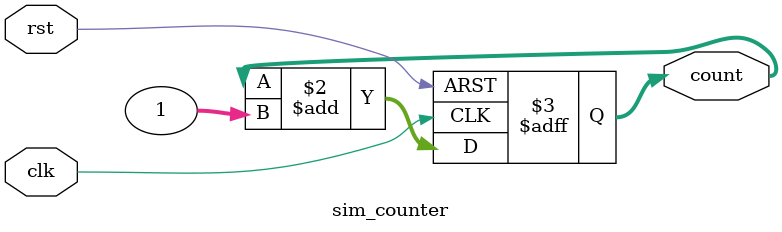
<source format=v>
module sim_counter (clk,rst,count);
input clk, rst;
output reg [31:0] count;
always@ (posedge clk or posedge rst)
begin
if(rst)
count=32'b0;
else
count=count +1;
end
endmodule

</source>
